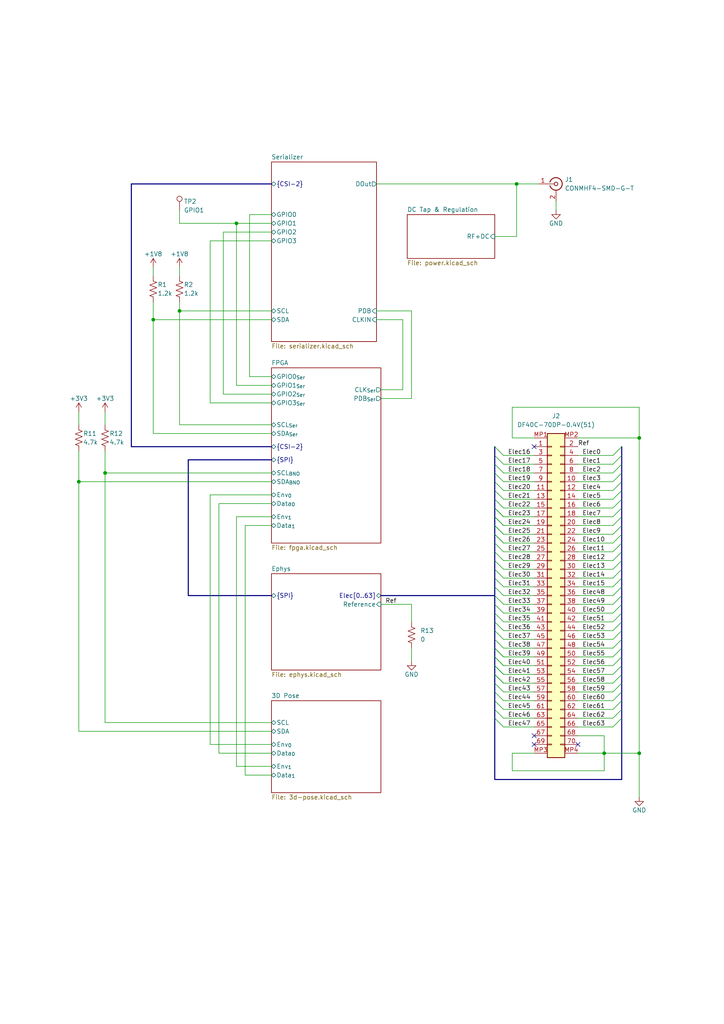
<source format=kicad_sch>
(kicad_sch (version 20211123) (generator eeschema)
  (paper "A4" portrait)
  (title_block (title "Headstage-64s") (date "2022-01-21") (rev "A") (company "Open Ephys, Inc") (comment 1 "Jonathan P. Newman"))
  (lib_symbols
    (symbol "Connector:Conn_Coaxial" (pin_names (offset 1.016) hide)
      (property "Reference" "J" (at 0.254 3.048 0))
      (property "Value" "Conn_Coaxial" (at 2.921 0 90))
      (symbol "Conn_Coaxial_0_1"
        (arc (start -1.778 -0.508) (mid 0.222 -1.808) (end 1.778 0) (stroke (width 0.254)))
        (polyline (pts (xy -2.54 0) (xy -0.508 0)))
        (polyline (pts (xy 0 -2.54) (xy 0 -1.778)))
        (circle (center 0 0) (radius 0.508) (stroke (width 0.2032)))
        (arc (start 1.778 0) (mid 0.222 1.8083) (end -1.778 0.508) (stroke (width 0.254)))
      )
      (symbol "Conn_Coaxial_1_1"
        (pin passive line (at -5.08 0 0) (length 2.54) (name "In") (number "1"))
        (pin passive line (at 0 -5.08 90) (length 2.54) (name "Ext") (number "2"))
      )
    )
    (symbol "Connector:TestPoint" (pin_numbers hide) (pin_names (offset 0.762) hide)
      (property "Reference" "TP" (at 0 6.858 0))
      (property "Value" "TestPoint" (at 0 5.08 0))
      (symbol "TestPoint_0_1"
        (circle (center 0 3.302) (radius 0.762))
      )
      (symbol "TestPoint_1_1"
        (pin passive line (at 0 0 90) (length 2.54) (name "1") (number "1"))
      )
    )
    (symbol "Device:R_US" (pin_numbers hide) (pin_names (offset 0))
      (property "Reference" "R" (at 2.54 0 90))
      (property "Value" "R_US" (at -2.54 0 90))
      (symbol "R_US_0_1"
        (polyline (pts (xy 0 -2.286) (xy 0 -2.54)))
        (polyline (pts (xy 0 2.286) (xy 0 2.54)))
        (polyline (pts (xy 0 -0.762) (xy 1.016 -1.143) (xy 0 -1.524) (xy -1.016 -1.905) (xy 0 -2.286)))
        (polyline (pts (xy 0 0.762) (xy 1.016 0.381) (xy 0 0) (xy -1.016 -0.381) (xy 0 -0.762)))
        (polyline (pts (xy 0 2.286) (xy 1.016 1.905) (xy 0 1.524) (xy -1.016 1.143) (xy 0 0.762)))
      )
      (symbol "R_US_1_1"
        (pin passive line (at 0 3.81 270) (length 1.27) (name "~") (number "1"))
        (pin passive line (at 0 -3.81 90) (length 1.27) (name "~") (number "2"))
      )
    )
    (symbol "jonnew:Conn_02x35_Counter_Clockwise_4Mech" (pin_names hide)
      (property "Reference" "J" (at 0 52.07 0))
      (property "Value" "Conn_02x35_Counter_Clockwise_4Mech" (at 1.27 49.53 0))
      (symbol "Conn_02x35_Counter_Clockwise_4Mech_1_1"
        (rectangle (start -2.54 -41.783) (end -1.27 -42.037) (stroke (width 0.1524)))
        (rectangle (start -2.54 -39.243) (end -1.27 -39.497) (stroke (width 0.1524)))
        (rectangle (start -2.54 -36.703) (end -1.27 -36.957) (stroke (width 0.1524)))
        (rectangle (start -2.54 -34.163) (end -1.27 -34.417) (stroke (width 0.1524)))
        (rectangle (start -2.54 -31.623) (end -1.27 -31.877) (stroke (width 0.1524)))
        (rectangle (start -2.54 -29.083) (end -1.27 -29.337) (stroke (width 0.1524)))
        (rectangle (start -2.54 -26.543) (end -1.27 -26.797) (stroke (width 0.1524)))
        (rectangle (start -2.54 -24.003) (end -1.27 -24.257) (stroke (width 0.1524)))
        (rectangle (start -2.54 -21.463) (end -1.27 -21.717) (stroke (width 0.1524)))
        (rectangle (start -2.54 -18.923) (end -1.27 -19.177) (stroke (width 0.1524)))
        (rectangle (start -2.54 -16.383) (end -1.27 -16.637) (stroke (width 0.1524)))
        (rectangle (start -2.54 -13.843) (end -1.27 -14.097) (stroke (width 0.1524)))
        (rectangle (start -2.54 -11.303) (end -1.27 -11.557) (stroke (width 0.1524)))
        (rectangle (start -2.54 -8.763) (end -1.27 -9.017) (stroke (width 0.1524)))
        (rectangle (start -2.54 -6.223) (end -1.27 -6.477) (stroke (width 0.1524)))
        (rectangle (start -2.54 -3.683) (end -1.27 -3.937) (stroke (width 0.1524)))
        (rectangle (start -2.54 -1.143) (end -1.27 -1.397) (stroke (width 0.1524)))
        (rectangle (start -2.54 1.397) (end -1.27 1.143) (stroke (width 0.1524)))
        (rectangle (start -2.54 3.937) (end -1.27 3.683) (stroke (width 0.1524)))
        (rectangle (start -2.54 6.477) (end -1.27 6.223) (stroke (width 0.1524)))
        (rectangle (start -2.54 9.017) (end -1.27 8.763) (stroke (width 0.1524)))
        (rectangle (start -2.54 11.557) (end -1.27 11.303) (stroke (width 0.1524)))
        (rectangle (start -2.54 14.097) (end -1.27 13.843) (stroke (width 0.1524)))
        (rectangle (start -2.54 16.637) (end -1.27 16.383) (stroke (width 0.1524)))
        (rectangle (start -2.54 19.177) (end -1.27 18.923) (stroke (width 0.1524)))
        (rectangle (start -2.54 21.717) (end -1.27 21.463) (stroke (width 0.1524)))
        (rectangle (start -2.54 24.257) (end -1.27 24.003) (stroke (width 0.1524)))
        (rectangle (start -2.54 26.797) (end -1.27 26.543) (stroke (width 0.1524)))
        (rectangle (start -2.54 29.337) (end -1.27 29.083) (stroke (width 0.1524)))
        (rectangle (start -2.54 31.877) (end -1.27 31.623) (stroke (width 0.1524)))
        (rectangle (start -2.54 34.417) (end -1.27 34.163) (stroke (width 0.1524)))
        (rectangle (start -2.54 36.957) (end -1.27 36.703) (stroke (width 0.1524)))
        (rectangle (start -2.54 39.497) (end -1.27 39.243) (stroke (width 0.1524)))
        (rectangle (start -2.54 42.037) (end -1.27 41.783) (stroke (width 0.1524)))
        (rectangle (start -2.54 44.577) (end -1.27 44.323) (stroke (width 0.1524)))
        (rectangle (start -2.54 48.26) (end 2.54 -45.72) (stroke (width 0.254)) (fill (type background)))
        (rectangle (start 2.54 -41.783) (end 1.27 -42.037) (stroke (width 0.1524)))
        (rectangle (start 2.54 -39.243) (end 1.27 -39.497) (stroke (width 0.1524)))
        (rectangle (start 2.54 -36.703) (end 1.27 -36.957) (stroke (width 0.1524)))
        (rectangle (start 2.54 -34.163) (end 1.27 -34.417) (stroke (width 0.1524)))
        (rectangle (start 2.54 -31.623) (end 1.27 -31.877) (stroke (width 0.1524)))
        (rectangle (start 2.54 -29.083) (end 1.27 -29.337) (stroke (width 0.1524)))
        (rectangle (start 2.54 -26.543) (end 1.27 -26.797) (stroke (width 0.1524)))
        (rectangle (start 2.54 -24.003) (end 1.27 -24.257) (stroke (width 0.1524)))
        (rectangle (start 2.54 -21.463) (end 1.27 -21.717) (stroke (width 0.1524)))
        (rectangle (start 2.54 -18.923) (end 1.27 -19.177) (stroke (width 0.1524)))
        (rectangle (start 2.54 -16.383) (end 1.27 -16.637) (stroke (width 0.1524)))
        (rectangle (start 2.54 -13.843) (end 1.27 -14.097) (stroke (width 0.1524)))
        (rectangle (start 2.54 -11.303) (end 1.27 -11.557) (stroke (width 0.1524)))
        (rectangle (start 2.54 -8.763) (end 1.27 -9.017) (stroke (width 0.1524)))
        (rectangle (start 2.54 -6.223) (end 1.27 -6.477) (stroke (width 0.1524)))
        (rectangle (start 2.54 -3.683) (end 1.27 -3.937) (stroke (width 0.1524)))
        (rectangle (start 2.54 -1.143) (end 1.27 -1.397) (stroke (width 0.1524)))
        (rectangle (start 2.54 1.397) (end 1.27 1.143) (stroke (width 0.1524)))
        (rectangle (start 2.54 3.937) (end 1.27 3.683) (stroke (width 0.1524)))
        (rectangle (start 2.54 6.477) (end 1.27 6.223) (stroke (width 0.1524)))
        (rectangle (start 2.54 9.017) (end 1.27 8.763) (stroke (width 0.1524)))
        (rectangle (start 2.54 11.557) (end 1.27 11.303) (stroke (width 0.1524)))
        (rectangle (start 2.54 14.097) (end 1.27 13.843) (stroke (width 0.1524)))
        (rectangle (start 2.54 16.637) (end 1.27 16.383) (stroke (width 0.1524)))
        (rectangle (start 2.54 19.177) (end 1.27 18.923) (stroke (width 0.1524)))
        (rectangle (start 2.54 21.717) (end 1.27 21.463) (stroke (width 0.1524)))
        (rectangle (start 2.54 24.257) (end 1.27 24.003) (stroke (width 0.1524)))
        (rectangle (start 2.54 26.797) (end 1.27 26.543) (stroke (width 0.1524)))
        (rectangle (start 2.54 29.337) (end 1.27 29.083) (stroke (width 0.1524)))
        (rectangle (start 2.54 31.877) (end 1.27 31.623) (stroke (width 0.1524)))
        (rectangle (start 2.54 34.417) (end 1.27 34.163) (stroke (width 0.1524)))
        (rectangle (start 2.54 36.957) (end 1.27 36.703) (stroke (width 0.1524)))
        (rectangle (start 2.54 39.497) (end 1.27 39.243) (stroke (width 0.1524)))
        (rectangle (start 2.54 42.037) (end 1.27 41.783) (stroke (width 0.1524)))
        (rectangle (start 2.54 44.577) (end 1.27 44.323) (stroke (width 0.1524)))
        (pin passive line (at -6.35 44.45 0) (length 3.81) (name "Pin_1") (number "1"))
        (pin passive line (at 6.35 34.29 180) (length 3.81) (name "Pin_10") (number "10"))
        (pin passive line (at -6.35 31.75 0) (length 3.81) (name "Pin_11") (number "11"))
        (pin passive line (at 6.35 31.75 180) (length 3.81) (name "Pin_12") (number "12"))
        (pin passive line (at -6.35 29.21 0) (length 3.81) (name "Pin_13") (number "13"))
        (pin passive line (at 6.35 29.21 180) (length 3.81) (name "Pin_14") (number "14"))
        (pin passive line (at -6.35 26.67 0) (length 3.81) (name "Pin_15") (number "15"))
        (pin passive line (at 6.35 26.67 180) (length 3.81) (name "Pin_16") (number "16"))
        (pin passive line (at -6.35 24.13 0) (length 3.81) (name "Pin_17") (number "17"))
        (pin passive line (at 6.35 24.13 180) (length 3.81) (name "Pin_18") (number "18"))
        (pin passive line (at -6.35 21.59 0) (length 3.81) (name "Pin_19") (number "19"))
        (pin passive line (at 6.35 44.45 180) (length 3.81) (name "Pin_2") (number "2"))
        (pin passive line (at 6.35 21.59 180) (length 3.81) (name "Pin_20") (number "20"))
        (pin passive line (at -6.35 19.05 0) (length 3.81) (name "Pin_21") (number "21"))
        (pin passive line (at 6.35 19.05 180) (length 3.81) (name "Pin_22") (number "22"))
        (pin passive line (at -6.35 16.51 0) (length 3.81) (name "Pin_23") (number "23"))
        (pin passive line (at 6.35 16.51 180) (length 3.81) (name "Pin_24") (number "24"))
        (pin passive line (at -6.35 13.97 0) (length 3.81) (name "Pin_25") (number "25"))
        (pin passive line (at 6.35 13.97 180) (length 3.81) (name "Pin_26") (number "26"))
        (pin passive line (at -6.35 11.43 0) (length 3.81) (name "Pin_27") (number "27"))
        (pin passive line (at 6.35 11.43 180) (length 3.81) (name "Pin_28") (number "28"))
        (pin passive line (at -6.35 8.89 0) (length 3.81) (name "Pin_29") (number "29"))
        (pin passive line (at -6.35 41.91 0) (length 3.81) (name "Pin_3") (number "3"))
        (pin passive line (at 6.35 8.89 180) (length 3.81) (name "Pin_30") (number "30"))
        (pin passive line (at -6.35 6.35 0) (length 3.81) (name "Pin_31") (number "31"))
        (pin passive line (at 6.35 6.35 180) (length 3.81) (name "Pin_32") (number "32"))
        (pin passive line (at -6.35 3.81 0) (length 3.81) (name "Pin_33") (number "33"))
        (pin passive line (at 6.35 3.81 180) (length 3.81) (name "Pin_34") (number "34"))
        (pin passive line (at -6.35 1.27 0) (length 3.81) (name "Pin_35") (number "35"))
        (pin passive line (at 6.35 1.27 180) (length 3.81) (name "Pin_36") (number "36"))
        (pin passive line (at -6.35 -1.27 0) (length 3.81) (name "Pin_37") (number "37"))
        (pin passive line (at 6.35 -1.27 180) (length 3.81) (name "Pin_38") (number "38"))
        (pin passive line (at -6.35 -3.81 0) (length 3.81) (name "Pin_39") (number "39"))
        (pin passive line (at 6.35 41.91 180) (length 3.81) (name "Pin_4") (number "4"))
        (pin passive line (at 6.35 -3.81 180) (length 3.81) (name "Pin_40") (number "40"))
        (pin passive line (at -6.35 -6.35 0) (length 3.81) (name "Pin_41") (number "41"))
        (pin passive line (at 6.35 -6.35 180) (length 3.81) (name "Pin_42") (number "42"))
        (pin passive line (at -6.35 -8.89 0) (length 3.81) (name "Pin_43") (number "43"))
        (pin passive line (at 6.35 -8.89 180) (length 3.81) (name "Pin_44") (number "44"))
        (pin passive line (at -6.35 -11.43 0) (length 3.81) (name "Pin_45") (number "45"))
        (pin passive line (at 6.35 -11.43 180) (length 3.81) (name "Pin_46") (number "46"))
        (pin passive line (at -6.35 -13.97 0) (length 3.81) (name "Pin_47") (number "47"))
        (pin passive line (at 6.35 -13.97 180) (length 3.81) (name "Pin_48") (number "48"))
        (pin passive line (at -6.35 -16.51 0) (length 3.81) (name "Pin_49") (number "49"))
        (pin passive line (at -6.35 39.37 0) (length 3.81) (name "Pin_5") (number "5"))
        (pin passive line (at 6.35 -16.51 180) (length 3.81) (name "Pin_50") (number "50"))
        (pin passive line (at -6.35 -19.05 0) (length 3.81) (name "Pin_51") (number "51"))
        (pin passive line (at 6.35 -19.05 180) (length 3.81) (name "Pin_52") (number "52"))
        (pin passive line (at -6.35 -21.59 0) (length 3.81) (name "Pin_53") (number "53"))
        (pin passive line (at 6.35 -21.59 180) (length 3.81) (name "Pin_54") (number "54"))
        (pin passive line (at -6.35 -24.13 0) (length 3.81) (name "Pin_55") (number "55"))
        (pin passive line (at 6.35 -24.13 180) (length 3.81) (name "Pin_56") (number "56"))
        (pin passive line (at -6.35 -26.67 0) (length 3.81) (name "Pin_57") (number "57"))
        (pin passive line (at 6.35 -26.67 180) (length 3.81) (name "Pin_58") (number "58"))
        (pin passive line (at -6.35 -29.21 0) (length 3.81) (name "Pin_59") (number "59"))
        (pin passive line (at 6.35 39.37 180) (length 3.81) (name "Pin_6") (number "6"))
        (pin passive line (at 6.35 -29.21 180) (length 3.81) (name "Pin_60") (number "60"))
        (pin passive line (at -6.35 -31.75 0) (length 3.81) (name "Pin_61") (number "61"))
        (pin passive line (at 6.35 -31.75 180) (length 3.81) (name "Pin_62") (number "62"))
        (pin passive line (at -6.35 -34.29 0) (length 3.81) (name "Pin_63") (number "63"))
        (pin passive line (at 6.35 -34.29 180) (length 3.81) (name "Pin_64") (number "64"))
        (pin passive line (at -6.35 -36.83 0) (length 3.81) (name "Pin_65") (number "65"))
        (pin passive line (at 6.35 -36.83 180) (length 3.81) (name "Pin_66") (number "66"))
        (pin passive line (at -6.35 -39.37 0) (length 3.81) (name "Pin_67") (number "67"))
        (pin passive line (at 6.35 -39.37 180) (length 3.81) (name "Pin_68") (number "68"))
        (pin passive line (at -6.35 -41.91 0) (length 3.81) (name "Pin_69") (number "69"))
        (pin passive line (at -6.35 36.83 0) (length 3.81) (name "Pin_7") (number "7"))
        (pin passive line (at 6.35 -41.91 180) (length 3.81) (name "Pin_70") (number "70"))
        (pin passive line (at 6.35 36.83 180) (length 3.81) (name "Pin_8") (number "8"))
        (pin passive line (at -6.35 34.29 0) (length 3.81) (name "Pin_9") (number "9"))
        (pin passive line (at -6.35 46.99 0) (length 3.81) (name "MountPin1") (number "MP1"))
        (pin passive line (at 6.35 46.99 180) (length 3.81) (name "MountPin2") (number "MP2"))
        (pin passive line (at -6.35 -44.45 0) (length 3.81) (name "MountPin3") (number "MP3"))
        (pin passive line (at 6.35 -44.45 180) (length 3.81) (name "MountPin4") (number "MP4"))
      )
    )
    (symbol "power:+1V8" (power) (pin_names (offset 0))
      (property "Value" "+1V8" (at 0 3.556 0))
      (symbol "+1V8_0_1"
        (polyline (pts (xy -0.762 1.27) (xy 0 2.54)))
        (polyline (pts (xy 0 0) (xy 0 2.54)))
        (polyline (pts (xy 0 2.54) (xy 0.762 1.27)))
      )
      (symbol "+1V8_1_1"
        (pin power_in line (at 0 0 90) (length 0) hide (name "+1V8") (number "1"))
      )
    )
    (symbol "power:+3.3V" (power) (pin_names (offset 0))
      (property "Value" "+3.3V" (at 0 3.556 0))
      (symbol "+3.3V_0_1"
        (polyline (pts (xy -0.762 1.27) (xy 0 2.54)))
        (polyline (pts (xy 0 0) (xy 0 2.54)))
        (polyline (pts (xy 0 2.54) (xy 0.762 1.27)))
      )
      (symbol "+3.3V_1_1"
        (pin power_in line (at 0 0 90) (length 0) hide (name "+3V3") (number "1"))
      )
    )
    (symbol "power:GND" (power) (pin_names (offset 0))
      (property "Value" "GND" (at 0 -3.81 0))
      (symbol "GND_0_1"
        (polyline (pts (xy 0 0) (xy 0 -1.27) (xy 1.27 -1.27) (xy 0 -2.54) (xy -1.27 -1.27) (xy 0 -1.27)))
      )
      (symbol "GND_1_1"
        (pin power_in line (at 0 0 270) (length 0) hide (name "GND") (number "1"))
      )
    )
  )
  (junction (at 30.48 137.16))
  (junction (at 185.42 127))
  (junction (at 52.07 90.17))
  (junction (at 185.42 218.44))
  (junction (at 175.26 218.44))
  (junction (at 44.45 92.71))
  (junction (at 68.58 64.77))
  (junction (at 22.86 139.7))
  (junction (at 149.86 53.34))
  (no_connect (at 154.94 129.54))
  (no_connect (at 167.64 215.9))
  (no_connect (at 154.94 213.36))
  (no_connect (at 154.94 215.9))
  (bus_entry (at 146.05 200.66) (size -2.54 -2.54))
  (bus_entry (at 180.34 203.2) (size -2.54 2.54))
  (bus_entry (at 146.05 142.24) (size -2.54 -2.54))
  (bus_entry (at 180.34 177.8) (size -2.54 2.54))
  (bus_entry (at 146.05 154.94) (size -2.54 -2.54))
  (bus_entry (at 146.05 195.58) (size -2.54 -2.54))
  (bus_entry (at 146.05 152.4) (size -2.54 -2.54))
  (bus_entry (at 180.34 147.32) (size -2.54 2.54))
  (bus_entry (at 180.34 200.66) (size -2.54 2.54))
  (bus_entry (at 180.34 134.62) (size -2.54 2.54))
  (bus_entry (at 180.34 208.28) (size -2.54 2.54))
  (bus_entry (at 180.34 172.72) (size -2.54 2.54))
  (bus_entry (at 180.34 132.08) (size -2.54 2.54))
  (bus_entry (at 146.05 144.78) (size -2.54 -2.54))
  (bus_entry (at 180.34 175.26) (size -2.54 2.54))
  (bus_entry (at 180.34 129.54) (size -2.54 2.54))
  (bus_entry (at 180.34 160.02) (size -2.54 2.54))
  (bus_entry (at 180.34 180.34) (size -2.54 2.54))
  (bus_entry (at 146.05 193.04) (size -2.54 -2.54))
  (bus_entry (at 180.34 139.7) (size -2.54 2.54))
  (bus_entry (at 146.05 167.64) (size -2.54 -2.54))
  (bus_entry (at 146.05 165.1) (size -2.54 -2.54))
  (bus_entry (at 146.05 193.04) (size -2.54 -2.54))
  (bus_entry (at 180.34 182.88) (size -2.54 2.54))
  (bus_entry (at 146.05 149.86) (size -2.54 -2.54))
  (bus_entry (at 180.34 162.56) (size -2.54 2.54))
  (bus_entry (at 180.34 205.74) (size -2.54 2.54))
  (bus_entry (at 146.05 198.12) (size -2.54 -2.54))
  (bus_entry (at 146.05 190.5) (size -2.54 -2.54))
  (bus_entry (at 146.05 137.16) (size -2.54 -2.54))
  (bus_entry (at 180.34 185.42) (size -2.54 2.54))
  (bus_entry (at 146.05 149.86) (size -2.54 -2.54))
  (bus_entry (at 146.05 182.88) (size -2.54 -2.54))
  (bus_entry (at 180.34 149.86) (size -2.54 2.54))
  (bus_entry (at 146.05 175.26) (size -2.54 -2.54))
  (bus_entry (at 146.05 154.94) (size -2.54 -2.54))
  (bus_entry (at 180.34 195.58) (size -2.54 2.54))
  (bus_entry (at 146.05 177.8) (size -2.54 -2.54))
  (bus_entry (at 180.34 198.12) (size -2.54 2.54))
  (bus_entry (at 146.05 157.48) (size -2.54 -2.54))
  (bus_entry (at 146.05 170.18) (size -2.54 -2.54))
  (bus_entry (at 146.05 187.96) (size -2.54 -2.54))
  (bus_entry (at 180.34 144.78) (size -2.54 2.54))
  (bus_entry (at 180.34 170.18) (size -2.54 2.54))
  (bus_entry (at 146.05 139.7) (size -2.54 -2.54))
  (bus_entry (at 146.05 147.32) (size -2.54 -2.54))
  (bus_entry (at 180.34 187.96) (size -2.54 2.54))
  (bus_entry (at 146.05 198.12) (size -2.54 -2.54))
  (bus_entry (at 146.05 210.82) (size -2.54 -2.54))
  (bus_entry (at 180.34 193.04) (size -2.54 2.54))
  (bus_entry (at 146.05 208.28) (size -2.54 -2.54))
  (bus_entry (at 180.34 152.4) (size -2.54 2.54))
  (bus_entry (at 146.05 134.62) (size -2.54 -2.54))
  (bus_entry (at 146.05 180.34) (size -2.54 -2.54))
  (bus_entry (at 180.34 142.24) (size -2.54 2.54))
  (bus_entry (at 180.34 165.1) (size -2.54 2.54))
  (bus_entry (at 146.05 172.72) (size -2.54 -2.54))
  (bus_entry (at 146.05 132.08) (size -2.54 -2.54))
  (bus_entry (at 146.05 203.2) (size -2.54 -2.54))
  (bus_entry (at 146.05 205.74) (size -2.54 -2.54))
  (bus_entry (at 146.05 157.48) (size -2.54 -2.54))
  (bus_entry (at 146.05 160.02) (size -2.54 -2.54))
  (bus_entry (at 146.05 195.58) (size -2.54 -2.54))
  (bus_entry (at 146.05 152.4) (size -2.54 -2.54))
  (bus_entry (at 180.34 137.16) (size -2.54 2.54))
  (bus_entry (at 146.05 162.56) (size -2.54 -2.54))
  (bus_entry (at 180.34 154.94) (size -2.54 2.54))
  (bus_entry (at 146.05 185.42) (size -2.54 -2.54))
  (bus_entry (at 146.05 190.5) (size -2.54 -2.54))
  (bus_entry (at 180.34 190.5) (size -2.54 2.54))
  (bus_entry (at 180.34 167.64) (size -2.54 2.54))
  (bus_entry (at 180.34 157.48) (size -2.54 2.54))
  (wire (pts (xy 146.05 132.08) (xy 154.94 132.08)))
  (wire (pts (xy 167.64 134.62) (xy 177.8 134.62)))
  (wire (pts (xy 167.64 210.82) (xy 177.8 210.82)))
  (wire (pts (xy 146.05 139.7) (xy 154.94 139.7)))
  (wire (pts (xy 30.48 137.16) (xy 30.48 209.55)))
  (bus (pts (xy 143.51 226.06) (xy 180.34 226.06)))
  (wire (pts (xy 167.64 165.1) (xy 177.8 165.1)))
  (wire (pts (xy 149.86 53.34) (xy 149.86 68.58)))
  (wire (pts (xy 148.59 218.44) (xy 154.94 218.44)))
  (wire (pts (xy 44.45 92.71) (xy 44.45 125.73)))
  (wire (pts (xy 52.07 90.17) (xy 78.74 90.17)))
  (wire (pts (xy 60.96 69.85) (xy 60.96 116.84)))
  (wire (pts (xy 185.42 218.44) (xy 175.26 218.44)))
  (bus (pts (xy 143.51 203.2) (xy 143.51 205.74)))
  (wire (pts (xy 146.05 200.66) (xy 154.94 200.66)))
  (bus (pts (xy 143.51 205.74) (xy 143.51 208.28)))
  (bus (pts (xy 143.51 147.32) (xy 143.51 149.86)))
  (wire (pts (xy 146.05 134.62) (xy 154.94 134.62)))
  (wire (pts (xy 146.05 198.12) (xy 154.94 198.12)))
  (wire (pts (xy 167.64 127) (xy 185.42 127)))
  (wire (pts (xy 148.59 118.11) (xy 185.42 118.11)))
  (wire (pts (xy 68.58 222.25) (xy 68.58 149.86)))
  (wire (pts (xy 44.45 92.71) (xy 78.74 92.71)))
  (bus (pts (xy 180.34 160.02) (xy 180.34 162.56)))
  (wire (pts (xy 167.64 160.02) (xy 177.8 160.02)))
  (wire (pts (xy 146.05 177.8) (xy 154.94 177.8)))
  (wire (pts (xy 167.64 193.04) (xy 177.8 193.04)))
  (bus (pts (xy 180.34 180.34) (xy 180.34 182.88)))
  (bus (pts (xy 180.34 203.2) (xy 180.34 205.74)))
  (wire (pts (xy 68.58 64.77) (xy 78.74 64.77)))
  (wire (pts (xy 146.05 185.42) (xy 154.94 185.42)))
  (bus (pts (xy 143.51 142.24) (xy 143.51 144.78)))
  (bus (pts (xy 143.51 132.08) (xy 143.51 134.62)))
  (wire (pts (xy 167.64 200.66) (xy 177.8 200.66)))
  (wire (pts (xy 146.05 172.72) (xy 154.94 172.72)))
  (bus (pts (xy 143.51 149.86) (xy 143.51 152.4)))
  (wire (pts (xy 146.05 180.34) (xy 154.94 180.34)))
  (bus (pts (xy 143.51 180.34) (xy 143.51 182.88)))
  (bus (pts (xy 143.51 129.54) (xy 143.51 132.08)))
  (wire (pts (xy 22.86 119.38) (xy 22.86 123.19)))
  (wire (pts (xy 167.64 172.72) (xy 177.8 172.72)))
  (wire (pts (xy 119.38 187.96) (xy 119.38 191.77)))
  (wire (pts (xy 110.49 175.26) (xy 119.38 175.26)))
  (bus (pts (xy 180.34 170.18) (xy 180.34 172.72)))
  (wire (pts (xy 22.86 139.7) (xy 22.86 212.09)))
  (wire (pts (xy 175.26 223.52) (xy 175.26 218.44)))
  (wire (pts (xy 71.12 224.79) (xy 71.12 152.4)))
  (bus (pts (xy 180.34 139.7) (xy 180.34 142.24)))
  (bus (pts (xy 180.34 167.64) (xy 180.34 170.18)))
  (wire (pts (xy 146.05 144.78) (xy 154.94 144.78)))
  (wire (pts (xy 146.05 157.48) (xy 154.94 157.48)))
  (wire (pts (xy 143.51 68.58) (xy 149.86 68.58)))
  (wire (pts (xy 60.96 143.51) (xy 60.96 215.9)))
  (bus (pts (xy 180.34 132.08) (xy 180.34 134.62)))
  (wire (pts (xy 146.05 210.82) (xy 154.94 210.82)))
  (wire (pts (xy 154.94 127) (xy 148.59 127)))
  (wire (pts (xy 167.64 177.8) (xy 177.8 177.8)))
  (bus (pts (xy 180.34 195.58) (xy 180.34 198.12)))
  (wire (pts (xy 167.64 208.28) (xy 177.8 208.28)))
  (wire (pts (xy 146.05 165.1) (xy 154.94 165.1)))
  (wire (pts (xy 60.96 215.9) (xy 78.74 215.9)))
  (wire (pts (xy 30.48 209.55) (xy 78.74 209.55)))
  (wire (pts (xy 167.64 185.42) (xy 177.8 185.42)))
  (wire (pts (xy 167.64 203.2) (xy 177.8 203.2)))
  (wire (pts (xy 22.86 139.7) (xy 78.74 139.7)))
  (wire (pts (xy 175.26 218.44) (xy 175.26 213.36)))
  (wire (pts (xy 44.45 125.73) (xy 78.74 125.73)))
  (bus (pts (xy 143.51 175.26) (xy 143.51 177.8)))
  (bus (pts (xy 180.34 129.54) (xy 180.34 132.08)))
  (wire (pts (xy 146.05 193.04) (xy 154.94 193.04)))
  (bus (pts (xy 180.34 157.48) (xy 180.34 160.02)))
  (bus (pts (xy 38.1 129.54) (xy 78.74 129.54)))
  (wire (pts (xy 167.64 213.36) (xy 175.26 213.36)))
  (wire (pts (xy 167.64 195.58) (xy 177.8 195.58)))
  (wire (pts (xy 167.64 149.86) (xy 177.8 149.86)))
  (wire (pts (xy 167.64 187.96) (xy 177.8 187.96)))
  (wire (pts (xy 146.05 137.16) (xy 154.94 137.16)))
  (bus (pts (xy 180.34 134.62) (xy 180.34 137.16)))
  (wire (pts (xy 110.49 115.57) (xy 119.38 115.57)))
  (wire (pts (xy 167.64 162.56) (xy 177.8 162.56)))
  (bus (pts (xy 180.34 182.88) (xy 180.34 185.42)))
  (wire (pts (xy 167.64 139.7) (xy 177.8 139.7)))
  (wire (pts (xy 146.05 142.24) (xy 154.94 142.24)))
  (wire (pts (xy 146.05 190.5) (xy 154.94 190.5)))
  (wire (pts (xy 167.64 157.48) (xy 177.8 157.48)))
  (wire (pts (xy 185.42 218.44) (xy 185.42 231.14)))
  (wire (pts (xy 116.84 113.03) (xy 116.84 92.71)))
  (wire (pts (xy 116.84 92.71) (xy 109.22 92.71)))
  (wire (pts (xy 167.64 180.34) (xy 177.8 180.34)))
  (bus (pts (xy 180.34 162.56) (xy 180.34 165.1)))
  (wire (pts (xy 146.05 175.26) (xy 154.94 175.26)))
  (wire (pts (xy 167.64 147.32) (xy 177.8 147.32)))
  (wire (pts (xy 148.59 223.52) (xy 148.59 218.44)))
  (wire (pts (xy 119.38 90.17) (xy 119.38 115.57)))
  (wire (pts (xy 185.42 127) (xy 185.42 218.44)))
  (bus (pts (xy 180.34 144.78) (xy 180.34 147.32)))
  (wire (pts (xy 146.05 147.32) (xy 154.94 147.32)))
  (wire (pts (xy 109.22 90.17) (xy 119.38 90.17)))
  (bus (pts (xy 143.51 134.62) (xy 143.51 137.16)))
  (wire (pts (xy 146.05 208.28) (xy 154.94 208.28)))
  (bus (pts (xy 143.51 139.7) (xy 143.51 142.24)))
  (bus (pts (xy 143.51 185.42) (xy 143.51 187.96)))
  (wire (pts (xy 167.64 205.74) (xy 177.8 205.74)))
  (wire (pts (xy 167.64 132.08) (xy 177.8 132.08)))
  (bus (pts (xy 180.34 137.16) (xy 180.34 139.7)))
  (wire (pts (xy 167.64 137.16) (xy 177.8 137.16)))
  (bus (pts (xy 180.34 165.1) (xy 180.34 167.64)))
  (wire (pts (xy 44.45 87.63) (xy 44.45 92.71)))
  (wire (pts (xy 146.05 203.2) (xy 154.94 203.2)))
  (wire (pts (xy 30.48 119.38) (xy 30.48 123.19)))
  (wire (pts (xy 167.64 154.94) (xy 177.8 154.94)))
  (wire (pts (xy 64.77 67.31) (xy 64.77 114.3)))
  (wire (pts (xy 161.29 58.42) (xy 161.29 60.96)))
  (wire (pts (xy 146.05 187.96) (xy 154.94 187.96)))
  (wire (pts (xy 167.64 190.5) (xy 177.8 190.5)))
  (bus (pts (xy 143.51 200.66) (xy 143.51 203.2)))
  (wire (pts (xy 146.05 162.56) (xy 154.94 162.56)))
  (wire (pts (xy 22.86 130.81) (xy 22.86 139.7)))
  (bus (pts (xy 180.34 152.4) (xy 180.34 154.94)))
  (wire (pts (xy 63.5 218.44) (xy 78.74 218.44)))
  (wire (pts (xy 148.59 223.52) (xy 175.26 223.52)))
  (bus (pts (xy 143.51 208.28) (xy 143.51 226.06)))
  (bus (pts (xy 143.51 154.94) (xy 143.51 157.48)))
  (bus (pts (xy 143.51 162.56) (xy 143.51 165.1)))
  (wire (pts (xy 60.96 116.84) (xy 78.74 116.84)))
  (bus (pts (xy 180.34 193.04) (xy 180.34 195.58)))
  (wire (pts (xy 167.64 198.12) (xy 177.8 198.12)))
  (bus (pts (xy 180.34 198.12) (xy 180.34 200.66)))
  (bus (pts (xy 38.1 53.34) (xy 78.74 53.34)))
  (bus (pts (xy 180.34 147.32) (xy 180.34 149.86)))
  (wire (pts (xy 72.39 62.23) (xy 78.74 62.23)))
  (wire (pts (xy 78.74 67.31) (xy 64.77 67.31)))
  (wire (pts (xy 78.74 69.85) (xy 60.96 69.85)))
  (bus (pts (xy 180.34 190.5) (xy 180.34 193.04)))
  (wire (pts (xy 119.38 175.26) (xy 119.38 180.34)))
  (bus (pts (xy 143.51 177.8) (xy 143.51 180.34)))
  (bus (pts (xy 143.51 144.78) (xy 143.51 147.32)))
  (wire (pts (xy 167.64 175.26) (xy 177.8 175.26)))
  (bus (pts (xy 143.51 187.96) (xy 143.51 190.5)))
  (bus (pts (xy 180.34 185.42) (xy 180.34 187.96)))
  (wire (pts (xy 71.12 152.4) (xy 78.74 152.4)))
  (bus (pts (xy 180.34 200.66) (xy 180.34 203.2)))
  (wire (pts (xy 52.07 60.96) (xy 52.07 64.77)))
  (bus (pts (xy 143.51 170.18) (xy 143.51 172.72)))
  (wire (pts (xy 167.64 167.64) (xy 177.8 167.64)))
  (bus (pts (xy 54.61 133.35) (xy 54.61 172.72)))
  (bus (pts (xy 54.61 172.72) (xy 78.74 172.72)))
  (wire (pts (xy 109.22 53.34) (xy 149.86 53.34)))
  (bus (pts (xy 143.51 195.58) (xy 143.51 198.12)))
  (wire (pts (xy 68.58 149.86) (xy 78.74 149.86)))
  (bus (pts (xy 143.51 137.16) (xy 143.51 139.7)))
  (bus (pts (xy 143.51 157.48) (xy 143.51 160.02)))
  (wire (pts (xy 22.86 212.09) (xy 78.74 212.09)))
  (wire (pts (xy 30.48 137.16) (xy 78.74 137.16)))
  (bus (pts (xy 180.34 187.96) (xy 180.34 190.5)))
  (bus (pts (xy 143.51 172.72) (xy 143.51 175.26)))
  (wire (pts (xy 110.49 113.03) (xy 116.84 113.03)))
  (wire (pts (xy 60.96 143.51) (xy 78.74 143.51)))
  (bus (pts (xy 54.61 133.35) (xy 78.74 133.35)))
  (bus (pts (xy 180.34 149.86) (xy 180.34 152.4)))
  (bus (pts (xy 38.1 129.54) (xy 38.1 53.34)))
  (wire (pts (xy 146.05 152.4) (xy 154.94 152.4)))
  (bus (pts (xy 143.51 165.1) (xy 143.51 167.64)))
  (wire (pts (xy 52.07 64.77) (xy 68.58 64.77)))
  (wire (pts (xy 30.48 130.81) (xy 30.48 137.16)))
  (wire (pts (xy 78.74 224.79) (xy 71.12 224.79)))
  (bus (pts (xy 180.34 175.26) (xy 180.34 177.8)))
  (bus (pts (xy 180.34 177.8) (xy 180.34 180.34)))
  (wire (pts (xy 167.64 170.18) (xy 177.8 170.18)))
  (wire (pts (xy 167.64 152.4) (xy 177.8 152.4)))
  (wire (pts (xy 78.74 222.25) (xy 68.58 222.25)))
  (wire (pts (xy 146.05 205.74) (xy 154.94 205.74)))
  (bus (pts (xy 110.49 172.72) (xy 143.51 172.72)))
  (bus (pts (xy 143.51 193.04) (xy 143.51 195.58)))
  (wire (pts (xy 146.05 170.18) (xy 154.94 170.18)))
  (wire (pts (xy 146.05 195.58) (xy 154.94 195.58)))
  (wire (pts (xy 68.58 64.77) (xy 68.58 111.76)))
  (wire (pts (xy 68.58 111.76) (xy 78.74 111.76)))
  (bus (pts (xy 180.34 208.28) (xy 180.34 226.06)))
  (bus (pts (xy 143.51 160.02) (xy 143.51 162.56)))
  (bus (pts (xy 143.51 182.88) (xy 143.51 185.42)))
  (wire (pts (xy 44.45 77.47) (xy 44.45 80.01)))
  (wire (pts (xy 146.05 154.94) (xy 154.94 154.94)))
  (wire (pts (xy 52.07 90.17) (xy 52.07 123.19)))
  (wire (pts (xy 52.07 77.47) (xy 52.07 80.01)))
  (wire (pts (xy 167.64 144.78) (xy 177.8 144.78)))
  (wire (pts (xy 64.77 114.3) (xy 78.74 114.3)))
  (bus (pts (xy 143.51 190.5) (xy 143.51 193.04)))
  (bus (pts (xy 180.34 142.24) (xy 180.34 144.78)))
  (bus (pts (xy 180.34 172.72) (xy 180.34 175.26)))
  (wire (pts (xy 146.05 160.02) (xy 154.94 160.02)))
  (bus (pts (xy 143.51 198.12) (xy 143.51 200.66)))
  (wire (pts (xy 148.59 127) (xy 148.59 118.11)))
  (wire (pts (xy 149.86 53.34) (xy 156.21 53.34)))
  (wire (pts (xy 52.07 87.63) (xy 52.07 90.17)))
  (bus (pts (xy 143.51 152.4) (xy 143.51 154.94)))
  (wire (pts (xy 167.64 218.44) (xy 175.26 218.44)))
  (wire (pts (xy 167.64 142.24) (xy 177.8 142.24)))
  (wire (pts (xy 146.05 167.64) (xy 154.94 167.64)))
  (wire (pts (xy 72.39 62.23) (xy 72.39 109.22)))
  (wire (pts (xy 72.39 109.22) (xy 78.74 109.22)))
  (wire (pts (xy 63.5 146.05) (xy 78.74 146.05)))
  (wire (pts (xy 146.05 182.88) (xy 154.94 182.88)))
  (wire (pts (xy 52.07 123.19) (xy 78.74 123.19)))
  (wire (pts (xy 167.64 182.88) (xy 177.8 182.88)))
  (bus (pts (xy 180.34 154.94) (xy 180.34 157.48)))
  (bus (pts (xy 143.51 167.64) (xy 143.51 170.18)))
  (bus (pts (xy 180.34 205.74) (xy 180.34 208.28)))
  (wire (pts (xy 185.42 118.11) (xy 185.42 127)))
  (wire (pts (xy 63.5 146.05) (xy 63.5 218.44)))
  (wire (pts (xy 146.05 149.86) (xy 154.94 149.86)))
  (label "Elec58" (at 168.91 198.12 0))
  (label "Elec56" (at 168.91 193.04 0))
  (label "Elec0" (at 168.91 132.08 0))
  (label "Elec5" (at 168.91 144.78 0))
  (label "Elec61" (at 168.91 205.74 0))
  (label "Elec62" (at 168.91 208.28 0))
  (label "Elec51" (at 168.91 180.34 0))
  (label "Elec54" (at 168.91 187.96 0))
  (label "Elec12" (at 168.91 162.56 0))
  (label "Elec43" (at 147.32 200.66 0))
  (label "Elec9" (at 168.91 154.94 0))
  (label "Elec39" (at 147.32 190.5 0))
  (label "Elec23" (at 147.32 149.86 0))
  (label "Elec3" (at 168.91 139.7 0))
  (label "Elec32" (at 147.32 172.72 0))
  (label "Elec31" (at 147.32 170.18 0))
  (label "Elec47" (at 147.32 210.82 0))
  (label "Elec55" (at 168.91 190.5 0))
  (label "Elec28" (at 147.32 162.56 0))
  (label "Elec60" (at 168.91 203.2 0))
  (label "Elec10" (at 168.91 157.48 0))
  (label "Elec20" (at 147.32 142.24 0))
  (label "Ref" (at 167.64 129.54 0))
  (label "Elec38" (at 147.32 187.96 0))
  (label "Elec11" (at 168.91 160.02 0))
  (label "Elec26" (at 147.32 157.48 0))
  (label "Elec13" (at 168.91 165.1 0))
  (label "Elec36" (at 147.32 182.88 0))
  (label "Elec30" (at 147.32 167.64 0))
  (label "Elec45" (at 147.32 205.74 0))
  (label "Elec53" (at 168.91 185.42 0))
  (label "Elec4" (at 168.91 142.24 0))
  (label "Elec18" (at 147.32 137.16 0))
  (label "Elec24" (at 147.32 152.4 0))
  (label "Elec6" (at 168.91 147.32 0))
  (label "Elec19" (at 147.32 139.7 0))
  (label "Elec29" (at 147.32 165.1 0))
  (label "Elec49" (at 168.91 175.26 0))
  (label "Elec1" (at 168.91 134.62 0))
  (label "Elec16" (at 147.32 132.08 0))
  (label "Elec37" (at 147.32 185.42 0))
  (label "Elec8" (at 168.91 152.4 0))
  (label "Elec2" (at 168.91 137.16 0))
  (label "Elec59" (at 168.91 200.66 0))
  (label "Elec40" (at 147.32 193.04 0))
  (label "Elec15" (at 168.91 170.18 0))
  (label "Elec52" (at 168.91 182.88 0))
  (label "Elec35" (at 147.32 180.34 0))
  (label "Elec21" (at 147.32 144.78 0))
  (label "Elec63" (at 168.91 210.82 0))
  (label "Elec41" (at 147.32 195.58 0))
  (label "Elec22" (at 147.32 147.32 0))
  (label "Ref" (at 111.76 175.26 0))
  (label "Elec34" (at 147.32 177.8 0))
  (label "Elec42" (at 147.32 198.12 0))
  (label "Elec50" (at 168.91 177.8 0))
  (label "Elec44" (at 147.32 203.2 0))
  (label "Elec17" (at 147.32 134.62 0))
  (label "Elec7" (at 168.91 149.86 0))
  (label "Elec27" (at 147.32 160.02 0))
  (label "Elec46" (at 147.32 208.28 0))
  (label "Elec33" (at 147.32 175.26 0))
  (label "Elec48" (at 168.91 172.72 0))
  (label "Elec25" (at 147.32 154.94 0))
  (label "Elec57" (at 168.91 195.58 0))
  (label "Elec14" (at 168.91 167.64 0))
  (symbol (lib_id "power:GND") (at 119.38 191.77 0) (unit 1)
    (property "Reference" "#PWR0121" (effects hide))
    (property "Value" "GND" (at 119.38 195.58 0))
  )
  (symbol (lib_id "Device:R_US") (at 30.48 127 0) (unit 1)
    (property "Reference" "R12" (at 31.75 125.73 0) (effects (justify left)))
    (property "Value" "4.7k" (at 31.75 128.27 0) (effects (justify left)))
    (property "Footprint" "Resistor_SMD:R_0201_0603Metric" (effects hide))
  )
  (symbol (lib_id "Connector:TestPoint") (at 52.07 60.96 0) (unit 1) (in_bom no)
    (property "Reference" "TP2" (at 53.34 58.42 0) (effects (justify left)))
    (property "Value" "GPIO1" (at 53.34 60.96 0) (effects (justify left)))
    (property "Footprint" "jonnew:TestPoint_Pad_D0.6mm" (effects hide))
  )
  (symbol (lib_id "power:+3.3V") (at 30.48 119.38 0) (unit 1)
    (property "Reference" "#PWR02" (effects hide))
    (property "Value" "+3.3V" (at 30.48 115.57 0))
  )
  (symbol (lib_id "Device:R_US") (at 44.45 83.82 0) (unit 1)
    (property "Reference" "R1" (at 45.72 82.55 0) (effects (justify left)))
    (property "Value" "1.2k" (at 45.72 85.09 0) (effects (justify left)))
    (property "Footprint" "Resistor_SMD:R_0201_0603Metric" (effects hide))
  )
  (symbol (lib_id "power:GND") (at 161.29 60.96 0) (unit 1)
    (property "Reference" "#PWR0124" (effects hide))
    (property "Value" "GND" (at 161.29 64.77 0))
  )
  (symbol (lib_id "power:GND") (at 185.42 231.14 0) (unit 1)
    (property "Reference" "#PWR0120" (effects hide))
    (property "Value" "GND" (at 185.42 234.95 0))
  )
  (symbol (lib_id "Connector:Conn_Coaxial") (at 161.29 53.34 0) (unit 1)
    (property "Reference" "J1" (at 163.83 52.07 0) (effects (justify left)))
    (property "Value" "CONMHF4-SMD-G-T" (at 163.83 54.61 0) (effects (justify left)))
    (property "Footprint" "Headstage-64s:Coax-Adapter" (effects hide))
    (property "Datasheet" " ~" (effects hide))
  )
  (symbol (lib_id "power:+3.3V") (at 22.86 119.38 0) (unit 1)
    (property "Reference" "#PWR01" (effects hide))
    (property "Value" "+3.3V" (at 22.86 115.57 0))
  )
  (symbol (lib_id "power:+1V8") (at 44.45 77.47 0) (unit 1)
    (property "Reference" "#PWR0101" (effects hide))
    (property "Value" "+1V8" (at 44.45 73.66 0))
  )
  (symbol (lib_id "Device:R_US") (at 52.07 83.82 0) (unit 1)
    (property "Reference" "R2" (at 53.34 82.55 0) (effects (justify left)))
    (property "Value" "1.2k" (at 53.34 85.09 0) (effects (justify left)))
    (property "Footprint" "Resistor_SMD:R_0201_0603Metric" (effects hide))
  )
  (symbol (lib_id "Device:R_US") (at 119.38 184.15 0) (unit 1)
    (property "Reference" "R13" (at 121.92 182.88 0) (effects (justify left)))
    (property "Value" "0" (at 121.92 185.42 0) (effects (justify left)))
    (property "Footprint" "Resistor_SMD:R_0201_0603Metric" (effects hide))
  )
  (symbol (lib_id "Device:R_US") (at 22.86 127 0) (unit 1)
    (property "Reference" "R11" (at 24.13 125.73 0) (effects (justify left)))
    (property "Value" "4.7k" (at 24.13 128.27 0) (effects (justify left)))
    (property "Footprint" "Resistor_SMD:R_0201_0603Metric" (effects hide))
  )
  (symbol (lib_id "power:+1V8") (at 52.07 77.47 0) (unit 1)
    (property "Reference" "#PWR0102" (effects hide))
    (property "Value" "+1V8" (at 52.07 73.66 0))
  )
  (symbol (lib_id "jonnew:Conn_02x35_Counter_Clockwise_4Mech") (at 161.29 173.99 0) (unit 1)
    (property "Reference" "J2" (at 161.29 120.65 0))
    (property "Value" "DF40C-70DP-0.4V(51)" (at 161.29 123.19 0))
    (property "Footprint" "jonnew:HIROSE_DF40C70DP04V51" (effects hide))
  )
  (sheet (at 78.74 166.37) (size 31.75 27.94) (stroke (width 0.1524))
    (property "Sheet name" "Ephys" (at 78.74 165.6584 0) (effects (justify left bottom)))
    (property "Sheet file" "ephys.kicad_sch" (at 78.74 194.8946 0) (effects (justify left top)))
    (pin "Reference" input (at 110.49 175.26 0))
    (pin "{SPI}" bidirectional (at 78.74 172.72 180))
    (pin "Elec[0..63]" bidirectional (at 110.49 172.72 0))
  )
  (sheet (at 78.74 46.99) (size 30.48 52.07) (stroke (width 0.1524))
    (property "Sheet name" "Serializer" (at 78.74 46.2784 0) (effects (justify left bottom)))
    (property "Sheet file" "serializer.kicad_sch" (at 78.74 99.6446 0) (effects (justify left top)))
    (pin "DOut" output (at 109.22 53.34 0))
    (pin "SCL" bidirectional (at 78.74 90.17 180))
    (pin "SDA" bidirectional (at 78.74 92.71 180))
    (pin "GPIO0" bidirectional (at 78.74 62.23 180))
    (pin "GPIO2" bidirectional (at 78.74 67.31 180))
    (pin "GPIO1" bidirectional (at 78.74 64.77 180))
    (pin "GPIO3" bidirectional (at 78.74 69.85 180))
    (pin "PDB" input (at 109.22 90.17 0))
    (pin "CLKIN" input (at 109.22 92.71 0))
    (pin "{CSI-2}" bidirectional (at 78.74 53.34 180))
  )
  (sheet (at 78.74 203.2) (size 31.75 26.67) (stroke (width 0.1524))
    (property "Sheet name" "3D Pose" (at 78.74 202.4884 0) (effects (justify left bottom)))
    (property "Sheet file" "3d-pose.kicad_sch" (at 78.74 230.4546 0) (effects (justify left top)))
    (pin "SCL" bidirectional (at 78.74 209.55 180))
    (pin "SDA" bidirectional (at 78.74 212.09 180))
    (pin "Env_{0}" bidirectional (at 78.74 215.9 180))
    (pin "Data_{0}" bidirectional (at 78.74 218.44 180))
    (pin "Env_{1}" bidirectional (at 78.74 222.25 180))
    (pin "Data_{1}" bidirectional (at 78.74 224.79 180))
  )
  (sheet (at 78.74 106.68) (size 31.75 50.8) (stroke (width 0.1524))
    (property "Sheet name" "FPGA" (at 78.74 105.9684 0) (effects (justify left bottom)))
    (property "Sheet file" "fpga.kicad_sch" (at 78.74 158.0646 0) (effects (justify left top)))
    (pin "SDA_{Ser}" bidirectional (at 78.74 125.73 180))
    (pin "SCL_{Ser}" bidirectional (at 78.74 123.19 180))
    (pin "GPIO0_{Ser}" bidirectional (at 78.74 109.22 180))
    (pin "GPIO1_{Ser}" bidirectional (at 78.74 111.76 180))
    (pin "{CSI-2}" bidirectional (at 78.74 129.54 180))
    (pin "{SPI}" bidirectional (at 78.74 133.35 180))
    (pin "GPIO3_{Ser}" bidirectional (at 78.74 116.84 180))
    (pin "GPIO2_{Ser}" bidirectional (at 78.74 114.3 180))
    (pin "CLK_{Ser}" output (at 110.49 113.03 0))
    (pin "PDB_{Ser}" output (at 110.49 115.57 0))
    (pin "SDA_{BNO}" bidirectional (at 78.74 139.7 180))
    (pin "SCL_{BNO}" bidirectional (at 78.74 137.16 180))
    (pin "Data_{0}" bidirectional (at 78.74 146.05 180))
    (pin "Env_{0}" bidirectional (at 78.74 143.51 180))
    (pin "Env_{1}" bidirectional (at 78.74 149.86 180))
    (pin "Data_{1}" bidirectional (at 78.74 152.4 180))
  )
  (sheet (at 118.11 62.23) (size 25.4 12.7) (stroke (width 0.1524))
    (property "Sheet name" "DC Tap & Regulation" (at 118.11 61.5184 0) (effects (justify left bottom)))
    (property "Sheet file" "power.kicad_sch" (at 118.11 75.5146 0) (effects (justify left top)))
    (pin "RF+DC" input (at 143.51 68.58 0))
  )
)
</source>
